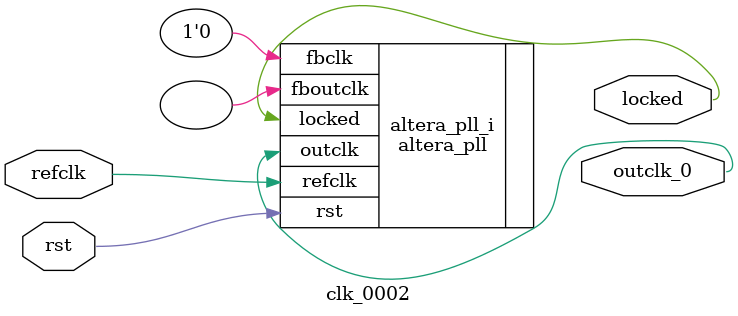
<source format=v>
`timescale 1ns/10ps
module  clk_0002(

	// interface 'refclk'
	input wire refclk,

	// interface 'reset'
	input wire rst,

	// interface 'outclk0'
	output wire outclk_0,

	// interface 'locked'
	output wire locked
);

	altera_pll #(
		.fractional_vco_multiplier("false"),
		.reference_clock_frequency("50.0 MHz"),
		.operation_mode("normal"),
		.number_of_clocks(1),
		.output_clock_frequency0("5.000000 MHz"),
		.phase_shift0("0 ps"),
		.duty_cycle0(50),
		.output_clock_frequency1("0 MHz"),
		.phase_shift1("0 ps"),
		.duty_cycle1(50),
		.output_clock_frequency2("0 MHz"),
		.phase_shift2("0 ps"),
		.duty_cycle2(50),
		.output_clock_frequency3("0 MHz"),
		.phase_shift3("0 ps"),
		.duty_cycle3(50),
		.output_clock_frequency4("0 MHz"),
		.phase_shift4("0 ps"),
		.duty_cycle4(50),
		.output_clock_frequency5("0 MHz"),
		.phase_shift5("0 ps"),
		.duty_cycle5(50),
		.output_clock_frequency6("0 MHz"),
		.phase_shift6("0 ps"),
		.duty_cycle6(50),
		.output_clock_frequency7("0 MHz"),
		.phase_shift7("0 ps"),
		.duty_cycle7(50),
		.output_clock_frequency8("0 MHz"),
		.phase_shift8("0 ps"),
		.duty_cycle8(50),
		.output_clock_frequency9("0 MHz"),
		.phase_shift9("0 ps"),
		.duty_cycle9(50),
		.output_clock_frequency10("0 MHz"),
		.phase_shift10("0 ps"),
		.duty_cycle10(50),
		.output_clock_frequency11("0 MHz"),
		.phase_shift11("0 ps"),
		.duty_cycle11(50),
		.output_clock_frequency12("0 MHz"),
		.phase_shift12("0 ps"),
		.duty_cycle12(50),
		.output_clock_frequency13("0 MHz"),
		.phase_shift13("0 ps"),
		.duty_cycle13(50),
		.output_clock_frequency14("0 MHz"),
		.phase_shift14("0 ps"),
		.duty_cycle14(50),
		.output_clock_frequency15("0 MHz"),
		.phase_shift15("0 ps"),
		.duty_cycle15(50),
		.output_clock_frequency16("0 MHz"),
		.phase_shift16("0 ps"),
		.duty_cycle16(50),
		.output_clock_frequency17("0 MHz"),
		.phase_shift17("0 ps"),
		.duty_cycle17(50),
		.pll_type("General"),
		.pll_subtype("General")
	) altera_pll_i (
		.rst	(rst),
		.outclk	({outclk_0}),
		.locked	(locked),
		.fboutclk	( ),
		.fbclk	(1'b0),
		.refclk	(refclk)
	);
endmodule


</source>
